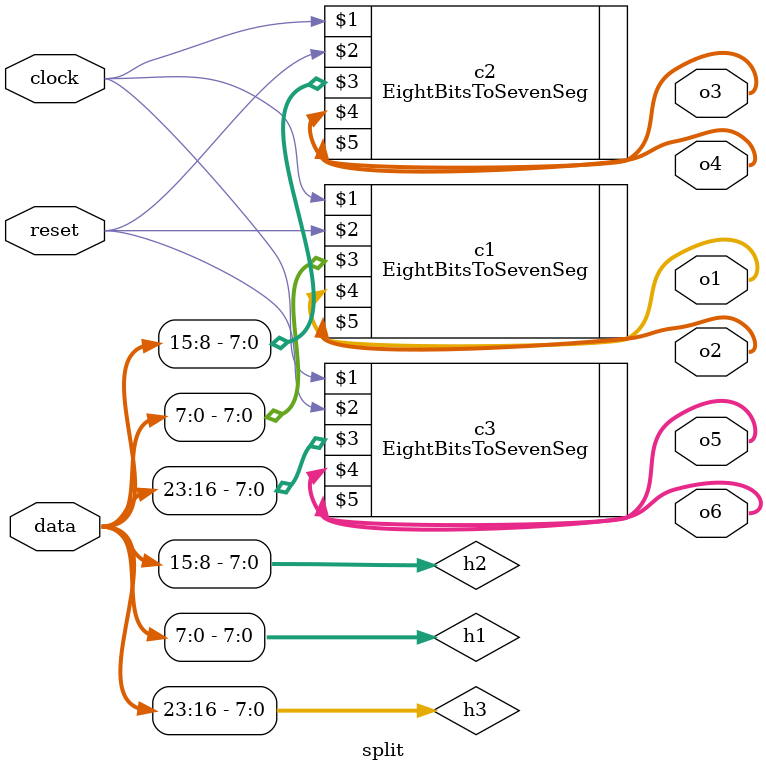
<source format=sv>
module split(	
	input clock,
	input reset,
	input [23:0] data,
	output [6:0] o1, output [6:0] o2, output [6:0] o3, output [6:0] o4, output [6:0] o5, output [6:0] o6
);  

	logic [7:0] h1,h2,h3; //FIXED
	assign h1 = data[7:0];
	assign h2 = data[15:8];
	assign h3 = data[23:16];

	EightBitsToSevenSeg c1(clock, reset, h1, o1, o2);
	EightBitsToSevenSeg c2(clock, reset, h2, o3, o4);
	EightBitsToSevenSeg c3(clock, reset, h3, o5, o6);


	
endmodule

</source>
